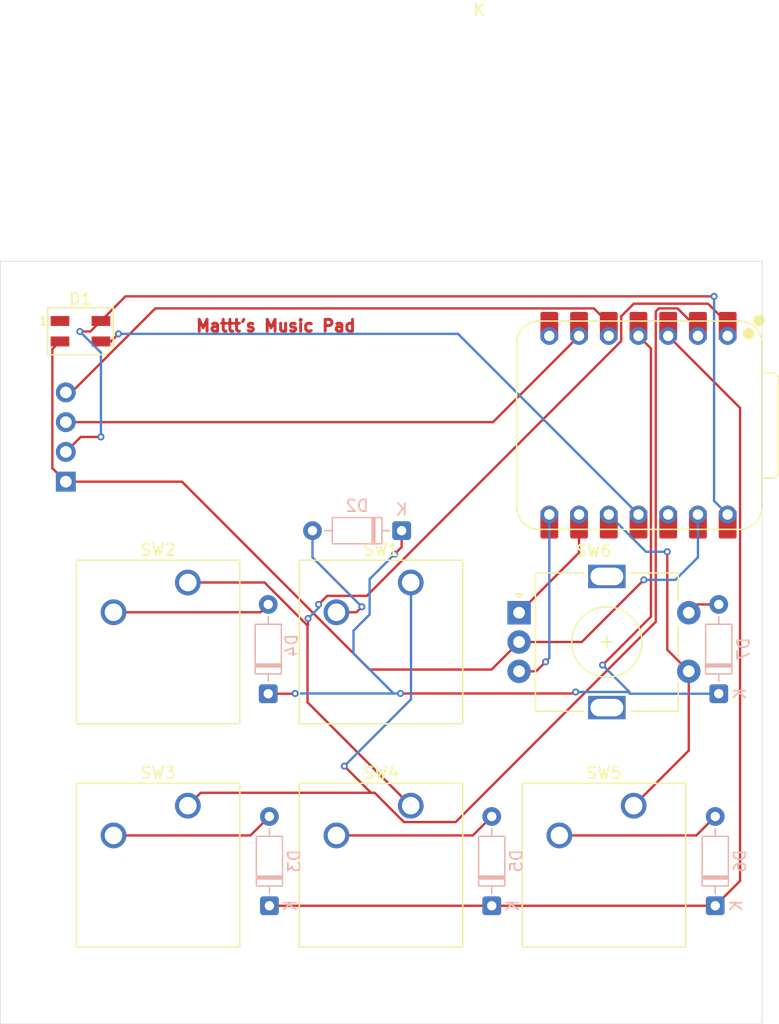
<source format=kicad_pcb>
(kicad_pcb (version 20241229) (generator "pcbnew") (generator_version "9.0")
  (layers (0 "F.Cu" signal) (2 "B.Cu" signal) (13 "F.Paste" user) (15 "B.Paste" user) (5 "F.SilkS" user "F.Silkscreen") (7 "B.SilkS" user "B.Silkscreen") (1 "F.Mask" user) (3 "B.Mask" user) (25 "Edge.Cuts" user))
  (net 0 "")
  (net 1 "VCC")
  (net 2 "SK6812MINI")
  (net 3 "GND")
  (net 5 "Net-(D2-A)")
  (net 6 "Row 0")
  (net 7 "Net-(D3-A)")
  (net 8 "Row 1")
  (net 9 "Net-(D4-A)")
  (net 10 "Net-(D5-A)")
  (net 11 "Net-(D6-A)")
  (net 12 "EC11SWA")
  (net 13 "SCL")
  (net 14 "SDA")
  (net 15 "Col 0")
  (net 16 "Col 1")
  (net 17 "Col 2")
  (net 18 "EC11B")
  (net 19 "EC11A")
  (footprint "LED_SMD:LED_SK6812MINI_PLCC4_3.5x3.5mm_P1.75mm" (layer "F.Cu") (at 121.95 61.575)
    (property "Reference" "D1" (at 0 -2.75 0) (layer "F.SilkS"))
    (property "Value" "SK6812MINI")
    (fp_line (start -2.8 -2) (end -2.8 2) (stroke (width 0.12)) (layer "F.SilkS"))
    (fp_line (start -2.8 -2) (end 2.8 -2) (stroke (width 0.12)) (layer "F.SilkS"))
    (fp_line (start -2.8 2) (end 2.2 2) (stroke (width 0.12)) (layer "F.SilkS"))
    (fp_line (start 2.8 1.4) (end 2.2 2) (stroke (width 0.12)) (layer "F.SilkS"))
    (fp_line (start 2.8 1.4) (end 2.8 -2) (stroke (width 0.12)) (layer "F.SilkS"))
    (fp_text user "1" (at -3.2 -0.875 0) (layer "F.SilkS") (effects (font (size 0.8 0.8))))
    (pad "1" smd rect (at -1.75 -0.875) (size 1.6 0.85) (layers "F.Cu" "F.Mask" "F.Paste"))
    (pad "2" smd rect (at -1.75 0.875) (size 1.6 0.85) (layers "F.Cu" "F.Mask" "F.Paste") (net 3 "GND"))
    (pad "3" smd rect (at 1.75 0.875) (size 1.6 0.85) (layers "F.Cu" "F.Mask" "F.Paste") (net 2 "SK6812MINI"))
    (pad "4" smd rect (at 1.75 -0.875) (size 1.6 0.85) (layers "F.Cu" "F.Mask" "F.Paste") (net 1 "VCC"))
  )
  (footprint "Button_Switch_Keyboard:SW_Cherry_MX_1.00u_PCB" (layer "F.Cu") (at 131.1275 102.07625)
    (property "Reference" "SW3" (at -2.54 -2.794 0) (layer "F.SilkS"))
    (property "Value" "SW_Push")
    (fp_line (start -9.525 -1.905) (end 4.445 -1.905) (stroke (width 0.12)) (layer "F.SilkS"))
    (fp_line (start -9.525 12.065) (end -9.525 -1.905) (stroke (width 0.12)) (layer "F.SilkS"))
    (fp_line (start 4.445 -1.905) (end 4.445 12.065) (stroke (width 0.12)) (layer "F.SilkS"))
    (fp_line (start 4.445 12.065) (end -9.525 12.065) (stroke (width 0.12)) (layer "F.SilkS"))
    (pad "" np_thru_hole circle (at -7.62 5.08) (size 1.7 1.7) (drill 1.7) (layers "*.Cu" "*.Mask"))
    (pad "" np_thru_hole circle (at -2.54 5.08) (size 4 4) (drill 4) (layers "*.Cu" "*.Mask"))
    (pad "" np_thru_hole circle (at 2.54 5.08) (size 1.7 1.7) (drill 1.7) (layers "*.Cu" "*.Mask"))
    (pad "1" thru_hole circle (at 0 0) (size 2.2 2.2) (drill 1.5) (layers "*.Cu" "*.Mask") (net 15 "Col 0"))
    (pad "2" thru_hole circle (at -6.35 2.54) (size 2.2 2.2) (drill 1.5) (layers "*.Cu" "*.Mask") (net 7 "Net-(D3-A)"))
  )
  (footprint "Rotary_Encoder:RotaryEncoder_Alps_EC11E-Switch_Vertical_H20mm" (layer "F.Cu") (at 159.4375 85.60625)
    (property "Reference" "SW6" (at 6.37725 -5.27 0) (layer "F.SilkS"))
    (property "Value" "RotaryEncoder_Switch")
    (fp_line (start -0.3 -1.6) (end 0.3 -1.6) (stroke (width 0.12)) (layer "F.SilkS"))
    (fp_line (start 0 -1.3) (end -0.3 -1.6) (stroke (width 0.12)) (layer "F.SilkS"))
    (fp_line (start 0.3 -1.6) (end 0 -1.3) (stroke (width 0.12)) (layer "F.SilkS"))
    (fp_line (start 1.4 -3.4) (end 1.4 8.4) (stroke (width 0.12)) (layer "F.SilkS"))
    (fp_line (start 5.5 -3.4) (end 1.4 -3.4) (stroke (width 0.12)) (layer "F.SilkS"))
    (fp_line (start 5.5 8.4) (end 1.4 8.4) (stroke (width 0.12)) (layer "F.SilkS"))
    (fp_line (start 7 2.5) (end 8 2.5) (stroke (width 0.12)) (layer "F.SilkS"))
    (fp_line (start 7.5 2) (end 7.5 3) (stroke (width 0.12)) (layer "F.SilkS"))
    (fp_line (start 9.5 -3.4) (end 13.6 -3.4) (stroke (width 0.12)) (layer "F.SilkS"))
    (fp_line (start 13.6 -3.4) (end 13.6 -1) (stroke (width 0.12)) (layer "F.SilkS"))
    (fp_line (start 13.6 1.2) (end 13.6 3.8) (stroke (width 0.12)) (layer "F.SilkS"))
    (fp_line (start 13.6 6) (end 13.6 8.4) (stroke (width 0.12)) (layer "F.SilkS"))
    (fp_line (start 13.6 8.4) (end 9.5 8.4) (stroke (width 0.12)) (layer "F.SilkS"))
    (fp_circle (center 7.5 2.5) (end 10.5 2.5) (stroke (width 0.12)) (fill no) (layer "F.SilkS"))
    (pad "A" thru_hole rect (at 0 0) (size 2 2) (drill 1) (layers "*.Cu" "*.Mask") (net 19 "EC11A"))
    (pad "B" thru_hole circle (at 0 5) (size 2 2) (drill 1) (layers "*.Cu" "*.Mask") (net 18 "EC11B"))
    (pad "C" thru_hole circle (at 0 2.5) (size 2 2) (drill 1) (layers "*.Cu" "*.Mask") (net 3 "GND"))
    (pad "MP" thru_hole rect (at 7.5 -3.1) (size 3.2 2) (drill oval 2.8 1.5) (layers "*.Cu" "*.Mask"))
    (pad "MP" thru_hole rect (at 7.5 8.1) (size 3.2 2) (drill oval 2.8 1.5) (layers "*.Cu" "*.Mask"))
    (pad "S1" thru_hole circle (at 14.5 5) (size 2 2) (drill 1) (layers "*.Cu" "*.Mask") (net 17 "Col 2"))
    (pad "S2" thru_hole circle (at 14.5 0) (size 2 2) (drill 1) (layers "*.Cu" "*.Mask") (net 12 "EC11SWA"))
  )
  (footprint "Button_Switch_Keyboard:SW_Cherry_MX_1.00u_PCB" (layer "F.Cu") (at 169.2275 102.07625)
    (property "Reference" "SW5" (at -2.54 -2.794 0) (layer "F.SilkS"))
    (property "Value" "SW_Push")
    (fp_line (start -9.525 -1.905) (end 4.445 -1.905) (stroke (width 0.12)) (layer "F.SilkS"))
    (fp_line (start -9.525 12.065) (end -9.525 -1.905) (stroke (width 0.12)) (layer "F.SilkS"))
    (fp_line (start 4.445 -1.905) (end 4.445 12.065) (stroke (width 0.12)) (layer "F.SilkS"))
    (fp_line (start 4.445 12.065) (end -9.525 12.065) (stroke (width 0.12)) (layer "F.SilkS"))
    (pad "" np_thru_hole circle (at -7.62 5.08) (size 1.7 1.7) (drill 1.7) (layers "*.Cu" "*.Mask"))
    (pad "" np_thru_hole circle (at -2.54 5.08) (size 4 4) (drill 4) (layers "*.Cu" "*.Mask"))
    (pad "" np_thru_hole circle (at 2.54 5.08) (size 1.7 1.7) (drill 1.7) (layers "*.Cu" "*.Mask"))
    (pad "1" thru_hole circle (at 0 0) (size 2.2 2.2) (drill 1.5) (layers "*.Cu" "*.Mask") (net 17 "Col 2"))
    (pad "2" thru_hole circle (at -6.35 2.54) (size 2.2 2.2) (drill 1.5) (layers "*.Cu" "*.Mask") (net 11 "Net-(D6-A)"))
  )
  (footprint "OPL:XIAO-RP2040-DIP" (layer "F.Cu") (at 169.64 69.6 -90)
    (property "Reference" "U1" (hide yes))
    (property "Value" "XIAO-RP2040-DIP")
    (fp_line (start -6.985 10.414) (end 6.985 10.414) (stroke (width 0.127)) (layer "F.SilkS"))
    (fp_line (start -8.89 8.509) (end -8.89 -8.636) (stroke (width 0.127)) (layer "F.SilkS"))
    (fp_line (start 8.89 8.509) (end 8.89 -8.636) (stroke (width 0.127)) (layer "F.SilkS"))
    (fp_line (start 6.984999 -10.541) (end -6.984999 -10.541) (stroke (width 0.1)) (layer "F.SilkS"))
    (fp_line (start 6.984999 -10.541) (end -6.984999 -10.541) (stroke (width 0.127)) (layer "F.SilkS"))
    (fp_line (start -4.495 -10.541001) (end -4.491272 -11.451272) (stroke (width 0.127)) (layer "F.SilkS"))
    (fp_line (start 4.504 -11.451) (end 4.504 -10.541001) (stroke (width 0.127)) (layer "F.SilkS"))
    (fp_line (start -3.991272 -11.951001) (end 4.004 -11.951001) (stroke (width 0.127)) (layer "F.SilkS"))
    (fp_arc (start -6.985 10.414) (mid -8.332038 9.856038) (end -8.89 8.509) (stroke (width 0.127)) (layer "F.SilkS"))
    (fp_arc (start 8.89 8.509) (mid 8.332038 9.856038) (end 6.985 10.414) (stroke (width 0.127)) (layer "F.SilkS"))
    (fp_arc (start -8.89 -8.636) (mid -8.332038 -9.983037) (end -6.984999 -10.541) (stroke (width 0.127)) (layer "F.SilkS"))
    (fp_arc (start 6.984999 -10.541) (mid 8.332038 -9.983037) (end 8.89 -8.636) (stroke (width 0.127)) (layer "F.SilkS"))
    (fp_arc (start -4.491272 -11.451272) (mid -4.344729 -11.80464) (end -3.991272 -11.951001) (stroke (width 0.127)) (layer "F.SilkS"))
    (fp_arc (start 4.004 -11.951001) (mid 4.357553 -11.804553) (end 4.504 -11.451) (stroke (width 0.127)) (layer "F.SilkS"))
    (fp_circle (center -7.807001 -9.42) (end -7.807001 -9.674) (stroke (width 0.5)) (fill yes) (layer "F.SilkS"))
    (fp_circle (center -8.95 -10.3) (end -8.95 -10.554) (stroke (width 0.5)) (fill yes) (layer "F.SilkS"))
    (pad "1" smd roundrect (at -8.455 -7.62 90) (size 2.432 1.524) (layers "F.Cu" "F.Mask") (roundrect_rratio 0.1) (net 16 "Col 1"))
    (pad "1" thru_hole circle (at -7.62 -7.62 90) (size 1.524 1.524) (drill 0.889) (layers "*.Cu" "*.Mask") (net 16 "Col 1"))
    (pad "2" smd roundrect (at -8.455 -5.08 90) (size 2.432 1.524) (layers "F.Cu" "F.Mask") (roundrect_rratio 0.1) (net 15 "Col 0"))
    (pad "2" thru_hole circle (at -7.62 -5.08 90) (size 1.524 1.524) (drill 0.889) (layers "*.Cu" "*.Mask") (net 15 "Col 0"))
    (pad "3" smd roundrect (at -8.455 -2.54 90) (size 2.432 1.524) (layers "F.Cu" "F.Mask") (roundrect_rratio 0.1) (net 8 "Row 1"))
    (pad "3" thru_hole circle (at -7.62 -2.54 90) (size 1.524 1.524) (drill 0.889) (layers "*.Cu" "*.Mask") (net 8 "Row 1"))
    (pad "4" smd roundrect (at -8.455 0 90) (size 2.432 1.524) (layers "F.Cu" "F.Mask") (roundrect_rratio 0.1) (net 6 "Row 0"))
    (pad "4" thru_hole circle (at -7.62 0 90) (size 1.524 1.524) (drill 0.889) (layers "*.Cu" "*.Mask") (net 6 "Row 0"))
    (pad "5" smd roundrect (at -8.455 2.54 90) (size 2.432 1.524) (layers "F.Cu" "F.Mask") (roundrect_rratio 0.1) (net 14 "SDA"))
    (pad "5" thru_hole circle (at -7.62 2.54 90) (size 1.524 1.524) (drill 0.889) (layers "*.Cu" "*.Mask") (net 14 "SDA"))
    (pad "6" smd roundrect (at -8.455 5.08 90) (size 2.432 1.524) (layers "F.Cu" "F.Mask") (roundrect_rratio 0.1) (net 13 "SCL"))
    (pad "6" thru_hole circle (at -7.62 5.08 90) (size 1.524 1.524) (drill 0.889) (layers "*.Cu" "*.Mask") (net 13 "SCL"))
    (pad "7" smd roundrect (at -8.455 7.62 90) (size 2.432 1.524) (layers "F.Cu" "F.Mask") (roundrect_rratio 0.1))
    (pad "7" thru_hole circle (at -7.62 7.62 90) (size 1.524 1.524) (drill 0.889) (layers "*.Cu" "*.Mask"))
    (pad "8" thru_hole circle (at 7.62 7.62 270) (size 1.524 1.524) (drill 0.889) (layers "*.Cu" "*.Mask") (net 18 "EC11B"))
    (pad "8" smd roundrect (at 8.455 7.62 270) (size 2.432 1.524) (layers "F.Cu" "F.Mask") (roundrect_rratio 0.1) (net 18 "EC11B"))
    (pad "9" thru_hole circle (at 7.62 5.08 270) (size 1.524 1.524) (drill 0.889) (layers "*.Cu" "*.Mask") (net 19 "EC11A"))
    (pad "9" smd roundrect (at 8.455 5.08 270) (size 2.432 1.524) (layers "F.Cu" "F.Mask") (roundrect_rratio 0.1) (net 19 "EC11A"))
    (pad "10" thru_hole circle (at 7.62 2.54 270) (size 1.524 1.524) (drill 0.889) (layers "*.Cu" "*.Mask") (net 17 "Col 2"))
    (pad "10" smd roundrect (at 8.455 2.54 270) (size 2.432 1.524) (layers "F.Cu" "F.Mask") (roundrect_rratio 0.1) (net 17 "Col 2"))
    (pad "11" thru_hole circle (at 7.62 0 270) (size 1.524 1.524) (drill 0.889) (layers "*.Cu" "*.Mask") (net 2 "SK6812MINI"))
    (pad "11" smd roundrect (at 8.455 0 270) (size 2.432 1.524) (layers "F.Cu" "F.Mask") (roundrect_rratio 0.1) (net 2 "SK6812MINI"))
    (pad "12" thru_hole circle (at 7.62 -2.54 270) (size 1.524 1.524) (drill 0.889) (layers "*.Cu" "*.Mask"))
    (pad "12" smd roundrect (at 8.455 -2.54 270) (size 2.432 1.524) (layers "F.Cu" "F.Mask") (roundrect_rratio 0.1))
    (pad "13" thru_hole circle (at 7.62 -5.08 270) (size 1.524 1.524) (drill 0.889) (layers "*.Cu" "*.Mask") (net 3 "GND"))
    (pad "13" smd roundrect (at 8.455 -5.08 270) (size 2.432 1.524) (layers "F.Cu" "F.Mask") (roundrect_rratio 0.1) (net 3 "GND"))
    (pad "14" thru_hole circle (at 7.62 -7.62 270) (size 1.524 1.524) (drill 0.889) (layers "*.Cu" "*.Mask") (net 1 "VCC"))
    (pad "14" smd roundrect (at 8.455 -7.62 270) (size 2.432 1.524) (layers "F.Cu" "F.Mask") (roundrect_rratio 0.1) (net 1 "VCC"))
  )
  (footprint "Button_Switch_Keyboard:SW_Cherry_MX_1.00u_PCB" (layer "F.Cu") (at 131.1275 83.02625)
    (property "Reference" "SW2" (at -2.54 -2.794 0) (layer "F.SilkS"))
    (property "Value" "SW_Push")
    (fp_line (start -9.525 -1.905) (end 4.445 -1.905) (stroke (width 0.12)) (layer "F.SilkS"))
    (fp_line (start -9.525 12.065) (end -9.525 -1.905) (stroke (width 0.12)) (layer "F.SilkS"))
    (fp_line (start 4.445 -1.905) (end 4.445 12.065) (stroke (width 0.12)) (layer "F.SilkS"))
    (fp_line (start 4.445 12.065) (end -9.525 12.065) (stroke (width 0.12)) (layer "F.SilkS"))
    (pad "" np_thru_hole circle (at -7.62 5.08) (size 1.7 1.7) (drill 1.7) (layers "*.Cu" "*.Mask"))
    (pad "" np_thru_hole circle (at -2.54 5.08) (size 4 4) (drill 4) (layers "*.Cu" "*.Mask"))
    (pad "" np_thru_hole circle (at 2.54 5.08) (size 1.7 1.7) (drill 1.7) (layers "*.Cu" "*.Mask"))
    (pad "1" thru_hole circle (at 0 0) (size 2.2 2.2) (drill 1.5) (layers "*.Cu" "*.Mask") (net 16 "Col 1"))
    (pad "2" thru_hole circle (at -6.35 2.54) (size 2.2 2.2) (drill 1.5) (layers "*.Cu" "*.Mask") (net 9 "Net-(D4-A)"))
  )
  (footprint "ScottoKeebs_Components:OLED_128x32" (layer "F.Cu") (at 119.1 64.62)
    (property "Reference" "J1" (hide yes))
    (property "Value" "OLED_128x32")
    (pad "1" thru_hole rect (at 1.6 9.8 180) (size 1.7 1.7) (drill 1) (layers "*.Cu" "*.Mask") (net 3 "GND"))
    (pad "2" thru_hole oval (at 1.6 7.26 180) (size 1.7 1.7) (drill 1) (layers "*.Cu" "*.Mask") (net 1 "VCC"))
    (pad "3" thru_hole oval (at 1.6 4.72 180) (size 1.7 1.7) (drill 1) (layers "*.Cu" "*.Mask") (net 13 "SCL"))
    (pad "4" thru_hole oval (at 1.6 2.18 180) (size 1.7 1.7) (drill 1) (layers "*.Cu" "*.Mask") (net 14 "SDA"))
  )
  (footprint "Button_Switch_Keyboard:SW_Cherry_MX_1.00u_PCB" (layer "F.Cu") (at 150.1775 102.07625)
    (property "Reference" "SW4" (at -2.54 -2.794 0) (layer "F.SilkS"))
    (property "Value" "SW_Push")
    (fp_line (start -9.525 -1.905) (end 4.445 -1.905) (stroke (width 0.12)) (layer "F.SilkS"))
    (fp_line (start -9.525 12.065) (end -9.525 -1.905) (stroke (width 0.12)) (layer "F.SilkS"))
    (fp_line (start 4.445 -1.905) (end 4.445 12.065) (stroke (width 0.12)) (layer "F.SilkS"))
    (fp_line (start 4.445 12.065) (end -9.525 12.065) (stroke (width 0.12)) (layer "F.SilkS"))
    (pad "" np_thru_hole circle (at -7.62 5.08) (size 1.7 1.7) (drill 1.7) (layers "*.Cu" "*.Mask"))
    (pad "" np_thru_hole circle (at -2.54 5.08) (size 4 4) (drill 4) (layers "*.Cu" "*.Mask"))
    (pad "" np_thru_hole circle (at 2.54 5.08) (size 1.7 1.7) (drill 1.7) (layers "*.Cu" "*.Mask"))
    (pad "1" thru_hole circle (at 0 0) (size 2.2 2.2) (drill 1.5) (layers "*.Cu" "*.Mask") (net 16 "Col 1"))
    (pad "2" thru_hole circle (at -6.35 2.54) (size 2.2 2.2) (drill 1.5) (layers "*.Cu" "*.Mask") (net 10 "Net-(D5-A)"))
  )
  (footprint "Button_Switch_Keyboard:SW_Cherry_MX_1.00u_PCB" (layer "F.Cu") (at 150.1775 83.02625)
    (property "Reference" "SW1" (at -2.54 -2.794 0) (layer "F.SilkS"))
    (property "Value" "SW_Push")
    (fp_line (start -9.525 -1.905) (end 4.445 -1.905) (stroke (width 0.12)) (layer "F.SilkS"))
    (fp_line (start -9.525 12.065) (end -9.525 -1.905) (stroke (width 0.12)) (layer "F.SilkS"))
    (fp_line (start 4.445 -1.905) (end 4.445 12.065) (stroke (width 0.12)) (layer "F.SilkS"))
    (fp_line (start 4.445 12.065) (end -9.525 12.065) (stroke (width 0.12)) (layer "F.SilkS"))
    (pad "" np_thru_hole circle (at -7.62 5.08) (size 1.7 1.7) (drill 1.7) (layers "*.Cu" "*.Mask"))
    (pad "" np_thru_hole circle (at -2.54 5.08) (size 4 4) (drill 4) (layers "*.Cu" "*.Mask"))
    (pad "" np_thru_hole circle (at 2.54 5.08) (size 1.7 1.7) (drill 1.7) (layers "*.Cu" "*.Mask"))
    (pad "1" thru_hole circle (at 0 0) (size 2.2 2.2) (drill 1.5) (layers "*.Cu" "*.Mask") (net 15 "Col 0"))
    (pad "2" thru_hole circle (at -6.35 2.54) (size 2.2 2.2) (drill 1.5) (layers "*.Cu" "*.Mask") (net 5 "Net-(D2-A)"))
  )
  (footprint "Diode_THT:D_DO-35_SOD27_P7.62mm_Horizontal" (layer "B.Cu") (at 176.2 110.62 90)
    (property "Reference" "D6" (at 3.81 2.12 90) (layer "B.SilkS") (effects (justify mirror)))
    (property "Value" "D")
    (fp_line (start 6.580001 0) (end 5.93 0) (stroke (width 0.12)) (layer "B.SilkS"))
    (fp_line (start 1.04 0) (end 1.689999 0) (stroke (width 0.12)) (layer "B.SilkS"))
    (fp_line (start 2.53 1.12) (end 2.53 -1.12) (stroke (width 0.12)) (layer "B.SilkS"))
    (fp_line (start 2.41 1.12) (end 2.41 -1.12) (stroke (width 0.12)) (layer "B.SilkS"))
    (fp_line (start 2.29 1.12) (end 2.29 -1.12) (stroke (width 0.12)) (layer "B.SilkS"))
    (fp_poly (pts (xy 1.69 1.12) (xy 5.93 1.12) (xy 5.93 -1.12) (xy 1.69 -1.12)) (stroke (width 0.12)) (fill no) (layer "B.SilkS"))
    (fp_text user "K" (at 0 1.8 90) (layer "B.SilkS") (effects (justify mirror)))
    (pad "1" thru_hole roundrect (at 0 0 90) (size 1.6 1.6) (drill 0.8) (layers "*.Cu" "*.Mask") (roundrect_rratio 0.15625) (net 8 "Row 1"))
    (pad "2" thru_hole circle (at 7.62 0 90) (size 1.6 1.6) (drill 0.8) (layers "*.Cu" "*.Mask") (net 11 "Net-(D6-A)"))
  )
  (footprint "Diode_THT:D_DO-35_SOD27_P7.62mm_Horizontal" (layer "B.Cu") (at 176.5 92.52 90)
    (property "Reference" "D7" (at 3.81 2.12 90) (layer "B.SilkS") (effects (justify mirror)))
    (property "Value" "D")
    (fp_line (start 6.580001 0) (end 5.93 0) (stroke (width 0.12)) (layer "B.SilkS"))
    (fp_line (start 1.04 0) (end 1.689999 0) (stroke (width 0.12)) (layer "B.SilkS"))
    (fp_line (start 2.53 1.12) (end 2.53 -1.12) (stroke (width 0.12)) (layer "B.SilkS"))
    (fp_line (start 2.41 1.12) (end 2.41 -1.12) (stroke (width 0.12)) (layer "B.SilkS"))
    (fp_line (start 2.29 1.12) (end 2.29 -1.12) (stroke (width 0.12)) (layer "B.SilkS"))
    (fp_poly (pts (xy 1.69 1.12) (xy 5.93 1.12) (xy 5.93 -1.12) (xy 1.69 -1.12)) (stroke (width 0.12)) (fill no) (layer "B.SilkS"))
    (fp_text user "K" (at 0 1.8 90) (layer "B.SilkS") (effects (justify mirror)))
    (pad "1" thru_hole roundrect (at 0 0 90) (size 1.6 1.6) (drill 0.8) (layers "*.Cu" "*.Mask") (roundrect_rratio 0.15625) (net 6 "Row 0"))
    (pad "2" thru_hole circle (at 7.62 0 90) (size 1.6 1.6) (drill 0.8) (layers "*.Cu" "*.Mask") (net 12 "EC11SWA"))
  )
  (footprint "Diode_THT:D_DO-35_SOD27_P7.62mm_Horizontal" (layer "B.Cu") (at 138.1 110.62 90)
    (property "Reference" "D3" (at 3.81 2.12 90) (layer "B.SilkS") (effects (justify mirror)))
    (property "Value" "D")
    (fp_line (start 6.580001 0) (end 5.93 0) (stroke (width 0.12)) (layer "B.SilkS"))
    (fp_line (start 1.04 0) (end 1.689999 0) (stroke (width 0.12)) (layer "B.SilkS"))
    (fp_line (start 2.53 1.12) (end 2.53 -1.12) (stroke (width 0.12)) (layer "B.SilkS"))
    (fp_line (start 2.41 1.12) (end 2.41 -1.12) (stroke (width 0.12)) (layer "B.SilkS"))
    (fp_line (start 2.29 1.12) (end 2.29 -1.12) (stroke (width 0.12)) (layer "B.SilkS"))
    (fp_poly (pts (xy 1.69 1.12) (xy 5.93 1.12) (xy 5.93 -1.12) (xy 1.69 -1.12)) (stroke (width 0.12)) (fill no) (layer "B.SilkS"))
    (fp_text user "K" (at 0 1.8 90) (layer "B.SilkS") (effects (justify mirror)))
    (pad "1" thru_hole roundrect (at 0 0 90) (size 1.6 1.6) (drill 0.8) (layers "*.Cu" "*.Mask") (roundrect_rratio 0.15625) (net 8 "Row 1"))
    (pad "2" thru_hole circle (at 7.62 0 90) (size 1.6 1.6) (drill 0.8) (layers "*.Cu" "*.Mask") (net 7 "Net-(D3-A)"))
  )
  (footprint "Diode_THT:D_DO-35_SOD27_P7.62mm_Horizontal" (layer "B.Cu") (at 149.4 78.6 180)
    (property "Reference" "D2" (at 3.81 2.12 0) (layer "B.SilkS") (effects (justify mirror)))
    (property "Value" "D")
    (fp_line (start 6.580001 0) (end 5.93 0) (stroke (width 0.12)) (layer "B.SilkS"))
    (fp_line (start 2.53 1.12) (end 2.53 -1.12) (stroke (width 0.12)) (layer "B.SilkS"))
    (fp_line (start 2.41 1.12) (end 2.41 -1.12) (stroke (width 0.12)) (layer "B.SilkS"))
    (fp_line (start 2.29 1.12) (end 2.29 -1.12) (stroke (width 0.12)) (layer "B.SilkS"))
    (fp_line (start 1.04 0) (end 1.689999 0) (stroke (width 0.12)) (layer "B.SilkS"))
    (fp_poly (pts (xy 1.69 1.12) (xy 5.93 1.12) (xy 5.93 -1.12) (xy 1.69 -1.12)) (stroke (width 0.12)) (fill no) (layer "B.SilkS"))
    (fp_text user "K" (at 0 1.8 0) (layer "B.SilkS") (effects (justify mirror)))
    (pad "1" thru_hole roundrect (at 0 0 180) (size 1.6 1.6) (drill 0.8) (layers "*.Cu" "*.Mask") (roundrect_rratio 0.15625) (net 6 "Row 0"))
    (pad "2" thru_hole circle (at 7.62 0 180) (size 1.6 1.6) (drill 0.8) (layers "*.Cu" "*.Mask") (net 5 "Net-(D2-A)"))
  )
  (footprint "Diode_THT:D_DO-35_SOD27_P7.62mm_Horizontal" (layer "B.Cu") (at 138 92.52 90)
    (property "Reference" "D4" (at 4.12 2 90) (layer "B.SilkS") (effects (justify mirror)))
    (property "Value" "D")
    (fp_line (start 6.580001 0) (end 5.93 0) (stroke (width 0.12)) (layer "B.SilkS"))
    (fp_line (start 1.04 0) (end 1.689999 0) (stroke (width 0.12)) (layer "B.SilkS"))
    (fp_line (start 2.53 1.12) (end 2.53 -1.12) (stroke (width 0.12)) (layer "B.SilkS"))
    (fp_line (start 2.41 1.12) (end 2.41 -1.12) (stroke (width 0.12)) (layer "B.SilkS"))
    (fp_line (start 2.29 1.12) (end 2.29 -1.12) (stroke (width 0.12)) (layer "B.SilkS"))
    (fp_poly (pts (xy 1.69 1.12) (xy 5.93 1.12) (xy 5.93 -1.12) (xy 1.69 -1.12)) (stroke (width 0.12)) (fill no) (layer "B.SilkS"))
    (fp_text user "K" (at 58.368751 18.031252 0) (layer "F.SilkS"))
    (pad "1" thru_hole roundrect (at 0 0 90) (size 1.6 1.6) (drill 0.8) (layers "*.Cu" "*.Mask") (roundrect_rratio 0.15625) (net 6 "Row 0"))
    (pad "2" thru_hole circle (at 7.62 0 90) (size 1.6 1.6) (drill 0.8) (layers "*.Cu" "*.Mask") (net 9 "Net-(D4-A)"))
  )
  (footprint "Diode_THT:D_DO-35_SOD27_P7.62mm_Horizontal" (layer "B.Cu") (at 157.1 110.62 90)
    (property "Reference" "D5" (at 3.82 2.1 90) (layer "B.SilkS") (effects (justify mirror)))
    (property "Value" "D")
    (fp_line (start 6.580001 0) (end 5.93 0) (stroke (width 0.12)) (layer "B.SilkS"))
    (fp_line (start 1.04 0) (end 1.689999 0) (stroke (width 0.12)) (layer "B.SilkS"))
    (fp_line (start 2.53 1.12) (end 2.53 -1.12) (stroke (width 0.12)) (layer "B.SilkS"))
    (fp_line (start 2.41 1.12) (end 2.41 -1.12) (stroke (width 0.12)) (layer "B.SilkS"))
    (fp_line (start 2.29 1.12) (end 2.29 -1.12) (stroke (width 0.12)) (layer "B.SilkS"))
    (fp_poly (pts (xy 1.69 1.12) (xy 5.93 1.12) (xy 5.93 -1.12) (xy 1.69 -1.12)) (stroke (width 0.12)) (fill no) (layer "B.SilkS"))
    (fp_text user "K" (at 0 1.8 90) (layer "B.SilkS") (effects (justify mirror)))
    (pad "1" thru_hole roundrect (at 0 0 90) (size 1.6 1.6) (drill 0.8) (layers "*.Cu" "*.Mask") (roundrect_rratio 0.15625) (net 8 "Row 1"))
    (pad "2" thru_hole circle (at 7.62 0 90) (size 1.6 1.6) (drill 0.8) (layers "*.Cu" "*.Mask") (net 10 "Net-(D5-A)"))
  )
  (gr_rect (start 115.1 55.6) (end 180.2 120.7) (stroke (width 0.05)) (fill no) (layer "Edge.Cuts"))
  (gr_text "Mattt's Music Pad" (at 131.7 61.7 0) (layer "F.Cu") (effects (font (size 1 1) (thickness 0.25) (bold yes)) (justify left bottom)))
  (segment (start 125.8 58.6) (end 176.1 58.6) (width 0.2) (layer "F.Cu") (net 1))
  (segment (start 121.98 70.6) (end 123.7 70.6) (width 0.2) (layer "F.Cu") (net 1))
  (segment (start 122.8 61.6) (end 123.7 60.7) (width 0.2) (layer "F.Cu") (net 1))
  (segment (start 123.7 60.7) (end 125.8 58.6) (width 0.2) (layer "F.Cu") (net 1))
  (segment (start 121.9 61.6) (end 122.8 61.6) (width 0.2) (layer "F.Cu") (net 1))
  (segment (start 120.7 71.88) (end 121.98 70.6) (width 0.2) (layer "F.Cu") (net 1))
  (via (at 121.9 61.6) (size 0.6) (drill 0.3) (layers "F.Cu" "B.Cu") (net 1))
  (via (at 176.1 58.6) (size 0.6) (drill 0.3) (layers "F.Cu" "B.Cu") (net 1))
  (via (at 123.7 70.6) (size 0.6) (drill 0.3) (layers "F.Cu" "B.Cu") (net 1))
  (segment (start 176.1 58.6) (end 176.1 76.06) (width 0.2) (layer "B.Cu") (net 1))
  (segment (start 176.1 76.06) (end 177.26 77.22) (width 0.2) (layer "B.Cu") (net 1))
  (segment (start 123.7 70.6) (end 123.7 63.4) (width 0.2) (layer "B.Cu") (net 1))
  (segment (start 123.7 63.4) (end 121.9 61.6) (width 0.2) (layer "B.Cu") (net 1))
  (segment (start 123.7 62.45) (end 124.55 62.45) (width 0.2) (layer "F.Cu") (net 2))
  (segment (start 124.55 62.45) (end 125.2 61.8) (width 0.2) (layer "F.Cu") (net 2))
  (via (at 125.2 61.8) (size 0.6) (drill 0.3) (layers "F.Cu" "B.Cu") (net 2))
  (segment (start 154.22 61.8) (end 169.64 77.22) (width 0.2) (layer "B.Cu") (net 2))
  (segment (start 125.2 61.8) (end 154.22 61.8) (width 0.2) (layer "B.Cu") (net 2))
  (segment (start 119.549 73.269) (end 119.549 63.101) (width 0.2) (layer "F.Cu") (net 3))
  (segment (start 146.663684 90.45725) (end 130.626434 74.42) (width 0.2) (layer "F.Cu") (net 3))
  (segment (start 130.626434 74.42) (end 120.7 74.42) (width 0.2) (layer "F.Cu") (net 3))
  (segment (start 159.4375 88.10625) (end 164.79375 88.10625) (width 0.2) (layer "F.Cu") (net 3))
  (segment (start 159.4375 88.10625) (end 157.0865 90.45725) (width 0.2) (layer "F.Cu") (net 3))
  (segment (start 120.7 74.42) (end 119.549 73.269) (width 0.2) (layer "F.Cu") (net 3))
  (segment (start 157.0865 90.45725) (end 146.663684 90.45725) (width 0.2) (layer "F.Cu") (net 3))
  (segment (start 119.549 63.101) (end 120.2 62.45) (width 0.2) (layer "F.Cu") (net 3))
  (segment (start 164.79375 88.10625) (end 170.1 82.8) (width 0.2) (layer "F.Cu") (net 3))
  (via (at 170.1 82.8) (size 0.6) (drill 0.3) (layers "F.Cu" "B.Cu") (net 3))
  (segment (start 170.1 82.8) (end 172.8 82.8) (width 0.2) (layer "B.Cu") (net 3))
  (segment (start 174.72 80.88) (end 174.72 77.22) (width 0.2) (layer "B.Cu") (net 3))
  (segment (start 172.8 82.8) (end 174.72 80.88) (width 0.2) (layer "B.Cu") (net 3))
  (segment (start 145.53375 85.56625) (end 146 85.1) (width 0.2) (layer "F.Cu") (net 5))
  (segment (start 143.8275 85.56625) (end 145.53375 85.56625) (width 0.2) (layer "F.Cu") (net 5))
  (via (at 146 85.1) (size 0.6) (drill 0.3) (layers "F.Cu" "B.Cu") (net 5))
  (segment (start 146 85.1) (end 141.78 80.88) (width 0.2) (layer "B.Cu") (net 5))
  (segment (start 141.78 80.88) (end 141.78 78.6) (width 0.2) (layer "B.Cu") (net 5))
  (segment (start 140.28 92.52) (end 140.3 92.5) (width 0.2) (layer "F.Cu") (net 6))
  (segment (start 169.64 61.98) (end 170.703 63.043) (width 0.2) (layer "F.Cu") (net 6))
  (segment (start 164.14547 92.5) (end 164.272735 92.372735) (width 0.2) (layer "F.Cu") (net 6))
  (segment (start 149.4 78.6) (end 149.4 80) (width 0.2) (layer "F.Cu") (net 6))
  (segment (start 170.703 85.94247) (end 166.572735 90.072735) (width 0.2) (layer "F.Cu") (net 6))
  (segment (start 170.703 63.043) (end 170.703 85.94247) (width 0.2) (layer "F.Cu") (net 6))
  (segment (start 149.3 92.5) (end 164.14547 92.5) (width 0.2) (layer "F.Cu") (net 6))
  (segment (start 138 92.52) (end 140.28 92.52) (width 0.2) (layer "F.Cu") (net 6))
  (segment (start 149.4 80) (end 148.8 80.6) (width 0.2) (layer "F.Cu") (net 6))
  (via (at 164.272735 92.372735) (size 0.6) (drill 0.3) (layers "F.Cu" "B.Cu") (net 6))
  (via (at 149.3 92.5) (size 0.6) (drill 0.3) (layers "F.Cu" "B.Cu") (net 6))
  (via (at 140.3 92.5) (size 0.6) (drill 0.3) (layers "F.Cu" "B.Cu") (net 6))
  (via (at 166.572735 90.072735) (size 0.6) (drill 0.3) (layers "F.Cu" "B.Cu") (net 6))
  (via (at 148.8 80.6) (size 0.6) (drill 0.3) (layers "F.Cu" "B.Cu") (net 6))
  (segment (start 145.2865 89.080066) (end 148.706434 92.5) (width 0.2) (layer "B.Cu") (net 6))
  (segment (start 146.663684 85.75525) (end 145.2865 87.132434) (width 0.2) (layer "B.Cu") (net 6))
  (segment (start 164.272735 92.372735) (end 168.772735 92.372735) (width 0.2) (layer "B.Cu") (net 6))
  (segment (start 145.2865 87.132434) (end 145.2865 89.080066) (width 0.2) (layer "B.Cu") (net 6))
  (segment (start 146.663684 82.736316) (end 146.663684 85.75525) (width 0.2) (layer "B.Cu") (net 6))
  (segment (start 168.772735 92.372735) (end 168.85 92.45) (width 0.2) (layer "B.Cu") (net 6))
  (segment (start 148.8 80.6) (end 146.663684 82.736316) (width 0.2) (layer "B.Cu") (net 6))
  (segment (start 168.92 92.52) (end 176.5 92.52) (width 0.2) (layer "B.Cu") (net 6))
  (segment (start 168.85 92.45) (end 168.92 92.52) (width 0.2) (layer "B.Cu") (net 6))
  (segment (start 168.85 92.35) (end 168.85 92.45) (width 0.2) (layer "B.Cu") (net 6))
  (segment (start 166.572735 90.072735) (end 168.85 92.35) (width 0.2) (layer "B.Cu") (net 6))
  (segment (start 140.3 92.5) (end 149.3 92.5) (width 0.2) (layer "B.Cu") (net 6))
  (segment (start 148.706434 92.5) (end 149.3 92.5) (width 0.2) (layer "B.Cu") (net 6))
  (segment (start 124.7775 104.61625) (end 136.48375 104.61625) (width 0.2) (layer "F.Cu") (net 7))
  (segment (start 136.48375 104.61625) (end 138.1 103) (width 0.2) (layer "F.Cu") (net 7))
  (segment (start 178.323 68.123) (end 172.18 61.98) (width 0.2) (layer "F.Cu") (net 8))
  (segment (start 157.1 110.62) (end 176.2 110.62) (width 0.2) (layer "F.Cu") (net 8))
  (segment (start 178.323 108.497) (end 178.323 68.123) (width 0.2) (layer "F.Cu") (net 8))
  (segment (start 176.2 110.62) (end 178.323 108.497) (width 0.2) (layer "F.Cu") (net 8))
  (segment (start 138.1 110.62) (end 157.1 110.62) (width 0.2) (layer "F.Cu") (net 8))
  (segment (start 124.7775 85.56625) (end 137.33375 85.56625) (width 0.2) (layer "F.Cu") (net 9))
  (segment (start 137.33375 85.56625) (end 138 84.9) (width 0.2) (layer "F.Cu") (net 9))
  (segment (start 155.48375 104.61625) (end 157.1 103) (width 0.2) (layer "F.Cu") (net 10))
  (segment (start 143.8275 104.61625) (end 155.48375 104.61625) (width 0.2) (layer "F.Cu") (net 10))
  (segment (start 174.58375 104.61625) (end 176.2 103) (width 0.2) (layer "F.Cu") (net 11))
  (segment (start 162.8775 104.61625) (end 174.58375 104.61625) (width 0.2) (layer "F.Cu") (net 11))
  (segment (start 176.5 84.9) (end 174.64375 84.9) (width 0.2) (layer "F.Cu") (net 12))
  (segment (start 174.64375 84.9) (end 173.9375 85.60625) (width 0.2) (layer "F.Cu") (net 12))
  (segment (start 157.2 69.34) (end 120.7 69.34) (width 0.2) (layer "F.Cu") (net 13))
  (segment (start 164.56 61.98) (end 157.2 69.34) (width 0.2) (layer "F.Cu") (net 13))
  (segment (start 167.1 61.98) (end 167.1 60.90237) (width 0.2) (layer "F.Cu") (net 14))
  (segment (start 167.1 60.90237) (end 165.82563 59.628) (width 0.2) (layer "F.Cu") (net 14))
  (segment (start 121.177 66.8) (end 120.7 66.8) (width 0.2) (layer "F.Cu") (net 14))
  (segment (start 128.349 59.628) (end 121.177 66.8) (width 0.2) (layer "F.Cu") (net 14))
  (segment (start 165.82563 59.628) (end 128.349 59.628) (width 0.2) (layer "F.Cu") (net 14))
  (segment (start 171.117 86.377) (end 171.117 59.889374) (width 0.2) (layer "F.Cu") (net 15))
  (segment (start 144.5 98.7) (end 146.776251 100.976251) (width 0.2) (layer "F.Cu") (net 15))
  (segment (start 149.597186 103.47725) (end 154.01675 103.47725) (width 0.2) (layer "F.Cu") (net 15))
  (segment (start 171.378374 59.628) (end 172.981626 59.628) (width 0.2) (layer "F.Cu") (net 15))
  (segment (start 150.1775 83.0225) (end 150.2 83) (width 0.2) (layer "F.Cu") (net 15))
  (segment (start 150.1775 83.02625) (end 150.1775 83.0225) (width 0.2) (layer "F.Cu") (net 15))
  (segment (start 132.227499 100.976251) (end 147.096187 100.976251) (width 0.2) (layer "F.Cu") (net 15))
  (segment (start 171.117 59.889374) (end 171.378374 59.628) (width 0.2) (layer "F.Cu") (net 15))
  (segment (start 174.72 61.366374) (end 174.72 61.98) (width 0.2) (layer "F.Cu") (net 15))
  (segment (start 131.1275 102.07625) (end 132.227499 100.976251) (width 0.2) (layer "F.Cu") (net 15))
  (segment (start 172.981626 59.628) (end 174.72 61.366374) (width 0.2) (layer "F.Cu") (net 15))
  (segment (start 154.01675 103.47725) (end 171.117 86.377) (width 0.2) (layer "F.Cu") (net 15))
  (segment (start 147.096187 100.976251) (end 149.597186 103.47725) (width 0.2) (layer "F.Cu") (net 15))
  (segment (start 146.776251 100.976251) (end 147.096187 100.976251) (width 0.2) (layer "F.Cu") (net 15))
  (via (at 144.5 98.7) (size 0.6) (drill 0.3) (layers "F.Cu" "B.Cu") (net 15))
  (segment (start 150.2 93) (end 144.5 98.7) (width 0.2) (layer "B.Cu") (net 15))
  (segment (start 150.2 83) (end 150.2 93) (width 0.2) (layer "B.Cu") (net 15))
  (segment (start 177.26 61.98) (end 177.26 60.90237) (width 0.2) (layer "F.Cu") (net 16))
  (segment (start 131.1275 83.02625) (end 137.6833 83.02625) (width 0.2) (layer "F.Cu") (net 16))
  (segment (start 175.58463 59.227) (end 169.239374 59.227) (width 0.2) (layer "F.Cu") (net 16))
  (segment (start 177.26 60.90237) (end 175.58463 59.227) (width 0.2) (layer "F.Cu") (net 16))
  (segment (start 137.6833 83.02625) (end 141.3565 86.69945) (width 0.2) (layer "F.Cu") (net 16))
  (segment (start 141.4 86.65595) (end 141.3565 86.69945) (width 0.2) (layer "F.Cu") (net 16))
  (segment (start 141.3565 86.69945) (end 141.3565 93.25525) (width 0.2) (layer "F.Cu") (net 16))
  (segment (start 169.239374 59.227) (end 168.163 60.303374) (width 0.2) (layer "F.Cu") (net 16))
  (segment (start 143.03475 84.16525) (end 142.3 84.9) (width 0.2) (layer "F.Cu") (net 16))
  (segment (start 141.3565 93.25525) (end 150.1775 102.07625) (width 0.2) (layer "F.Cu") (net 16))
  (segment (start 146.41806 84.16525) (end 143.03475 84.16525) (width 0.2) (layer "F.Cu") (net 16))
  (segment (start 141.4 86.1) (end 141.4 86.65595) (width 0.2) (layer "F.Cu") (net 16))
  (segment (start 168.163 60.303374) (end 168.163 62.42031) (width 0.2) (layer "F.Cu") (net 16))
  (segment (start 168.163 62.42031) (end 146.41806 84.16525) (width 0.2) (layer "F.Cu") (net 16))
  (via (at 141.4 86.1) (size 0.6) (drill 0.3) (layers "F.Cu" "B.Cu") (net 16))
  (via (at 142.3 84.9) (size 0.6) (drill 0.3) (layers "F.Cu" "B.Cu") (net 16))
  (segment (start 142.3 84.9) (end 142.3 85.2) (width 0.2) (layer "B.Cu") (net 16))
  (segment (start 142.3 85.2) (end 141.4 86.1) (width 0.2) (layer "B.Cu") (net 16))
  (segment (start 169.2275 102.07625) (end 173.9375 97.36625) (width 0.2) (layer "F.Cu") (net 17))
  (segment (start 173.9375 90.60625) (end 172.1 88.76875) (width 0.2) (layer "F.Cu") (net 17))
  (segment (start 173.9375 97.36625) (end 173.9375 90.60625) (width 0.2) (layer "F.Cu") (net 17))
  (segment (start 172.1 88.76875) (end 172.1 80.4) (width 0.2) (layer "F.Cu") (net 17))
  (via (at 172.1 80.4) (size 0.6) (drill 0.3) (layers "F.Cu" "B.Cu") (net 17))
  (segment (start 172.1 80.4) (end 170.28 80.4) (width 0.2) (layer "B.Cu") (net 17))
  (segment (start 170.28 80.4) (end 167.1 77.22) (width 0.2) (layer "B.Cu") (net 17))
  (segment (start 159.4375 90.60625) (end 160.89375 90.60625) (width 0.2) (layer "F.Cu") (net 18))
  (segment (start 160.89375 90.60625) (end 161.7 89.8) (width 0.2) (layer "F.Cu") (net 18))
  (via (at 161.7 89.8) (size 0.6) (drill 0.3) (layers "F.Cu" "B.Cu") (net 18))
  (segment (start 161.7 89.8) (end 162.02 89.48) (width 0.2) (layer "B.Cu") (net 18))
  (segment (start 162.02 89.48) (end 162.02 77.22) (width 0.2) (layer "B.Cu") (net 18))
  (segment (start 159.4375 85.60625) (end 164.56 80.48375) (width 0.2) (layer "F.Cu") (net 19))
  (segment (start 164.56 80.48375) (end 164.56 77.22) (width 0.2) (layer "F.Cu") (net 19))
)
</source>
